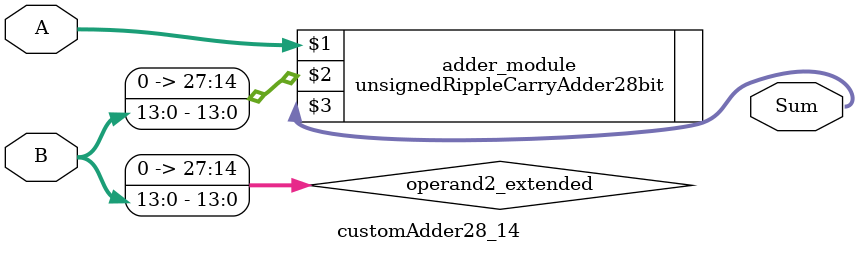
<source format=v>

module customAdder28_14(
                    input [27 : 0] A,
                    input [13 : 0] B,
                    
                    output [28 : 0] Sum
            );

    wire [27 : 0] operand2_extended;
    
    assign operand2_extended =  {14'b0, B};
    
    unsignedRippleCarryAdder28bit adder_module(
        A,
        operand2_extended,
        Sum
    );
    
endmodule
        
</source>
